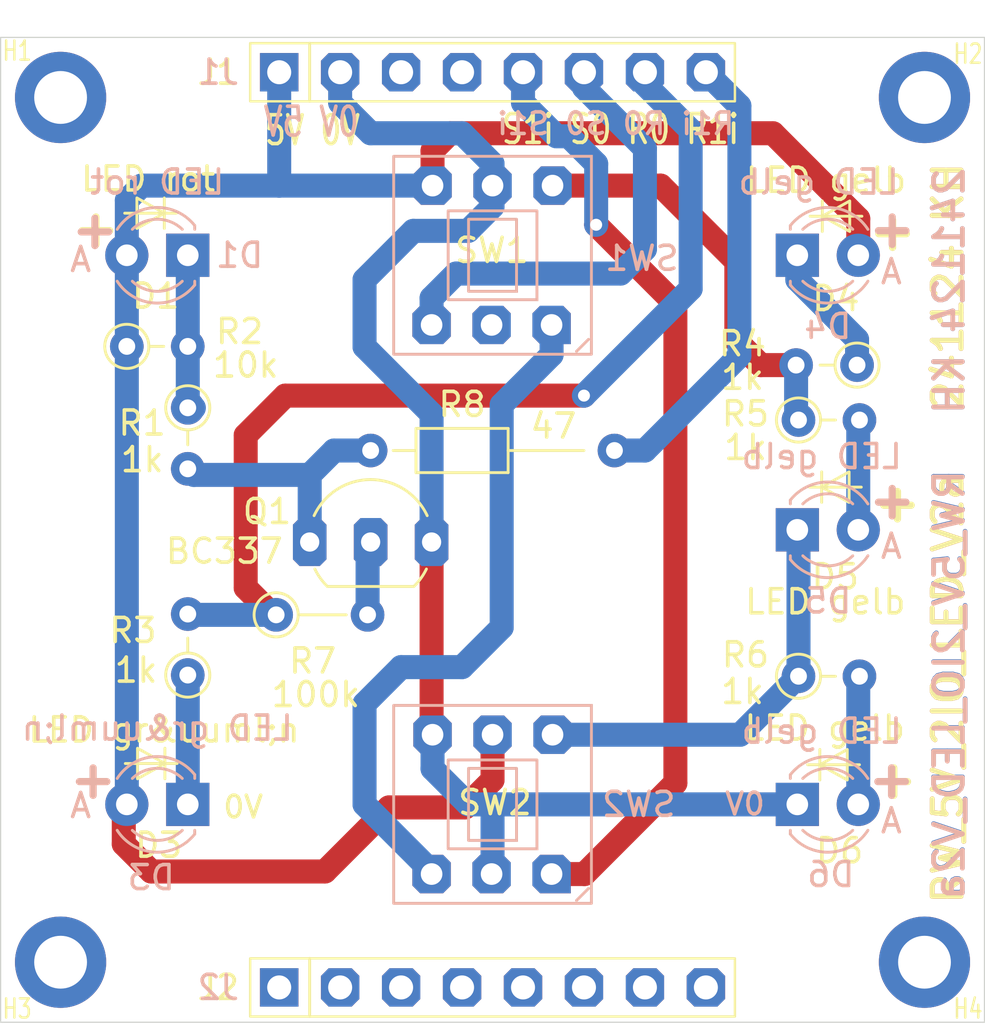
<source format=kicad_pcb>
(kicad_pcb (version 20240108) (generator "pcbnew") (generator_version "8.0")
  (layers (0 "F.Cu" signal) (31 "B.Cu" signal) (34 "B.Paste" user) (35 "F.Paste" user) (36 "B.SilkS" user "B.Silkscreen") (37 "F.SilkS" user "F.Silkscreen") (38 "B.Mask" user) (39 "F.Mask" user) (44 "Edge.Cuts" user))
  (net 0 "")
  (net 1 "Net-(D1-K)")
  (net 2 "/V_I2C")
  (net 3 "/LED_on")
  (net 4 "Net-(D3-K)")
  (net 5 "Net-(D4-K)")
  (net 6 "Net-(D5-A)")
  (net 7 "/S1i")
  (net 8 "/0V")
  (net 9 "/R1i")
  (net 13 "/S0")
  (net 16 "/R0")
  (net 22 "/LED_off")
  (net 24 "/S1ii")
  (net 25 "Net-(Q1-B)")
  (net 26 "Net-(Q1-C)")
  (net 27 "Net-(D6-A)")
  (footprint "Resistor_THT:R_Axial_DIN0204_L3.6mm_D1.6mm_P2.54mm_Vertical" (layer "F.Cu") (at 39.37 50.496 90)
    (property "Reference" "R3" (at 1.855 -2.286 0) (layer "F.SilkS"))
    (property "Value" "1k")
    (fp_line (start 0.92 0) (end 1.54 0) (stroke (width 0.12)) (layer "F.SilkS"))
    (fp_circle (center 0 0) (end 0.92 0) (stroke (width 0.12)) (fill none) (layer "F.SilkS"))
    (pad "1" thru_hole circle (at 0 0 90) (size 1.4 1.4) (drill 0.7) (layers "*.Cu" "*.Mask") (net 4 "Net-(D3-K)"))
    (pad "2" thru_hole oval (at 2.54 0 90) (size 1.4 1.4) (drill 0.7) (layers "*.Cu" "*.Mask") (net 16 "/R0"))
  )
  (footprint "Resistor_THT:R_Axial_DIN0204_L3.6mm_D1.6mm_P2.54mm_Vertical" (layer "F.Cu") (at 67.26 37.592 180)
    (property "Reference" "R4" (at 4.776 0.889 0) (layer "F.SilkS"))
    (property "Value" "1k")
    (fp_line (start 0.92 0) (end 1.54 0) (stroke (width 0.12)) (layer "F.SilkS"))
    (fp_circle (center 0 0) (end 0.92 0) (stroke (width 0.12)) (fill none) (layer "F.SilkS"))
    (pad "1" thru_hole circle (at 0 0 180) (size 1.4 1.4) (drill 0.7) (layers "*.Cu" "*.Mask") (net 5 "Net-(D4-K)"))
    (pad "2" thru_hole oval (at 2.54 0 180) (size 1.4 1.4) (drill 0.7) (layers "*.Cu" "*.Mask") (net 22 "/LED_off"))
  )
  (footprint "_kh_library:R_Axial_DIN0204_L3.6mm_D1.6mm_P2.54mm_Vertical_kh" (layer "F.Cu") (at 36.83 36.813)
    (property "Reference" "R2" (at 4.699 -0.618 0) (layer "F.SilkS"))
    (property "Value" "10k")
    (fp_line (start 0.92 0) (end 1.54 0) (stroke (width 0.12)) (layer "F.SilkS"))
    (fp_circle (center 0 0) (end 0.92 0) (stroke (width 0.12)) (fill none) (layer "F.SilkS"))
    (pad "1" thru_hole circle (at 0 0) (size 1.4 1.4) (drill 0.7) (layers "*.Cu" "*.Mask") (net 2 "/V_I2C"))
    (pad "2" thru_hole oval (at 2.54 0) (size 1.4 1.4) (drill 0.7) (layers "*.Cu" "*.Mask") (net 1 "Net-(D1-K)"))
  )
  (footprint "_kh_library:MountingHole_2.2mm_M2_Pad_TopBottom_kh" (layer "F.Cu") (at 70.07 26.45)
    (property "Reference" "H2" (at 1.812 -1.812 0) (layer "F.SilkS") (effects (font (size 0.8 0.6) (thickness 0.1) (bold yes))))
    (property "Value" "MountingHole" (hide yes))
    (pad "1" thru_hole circle (at 0 0) (size 2.6 2.6) (drill 2.2) (layers "*.Cu" "*.Mask"))
    (pad "1" connect circle (at 0 0) (size 3.8 3.8) (layers "F.Cu" "F.Mask"))
    (pad "1" connect circle (at 0 0) (size 3.8 3.8) (layers "B.Cu" "B.Mask"))
  )
  (footprint "_kh_library:MountingHole_2.2mm_M2_Pad_TopBottom_kh" (layer "F.Cu") (at 34.07 26.45)
    (property "Reference" "H1" (at -1.812 -1.939 0) (layer "F.SilkS") (effects (font (size 0.8 0.6) (thickness 0.1) (bold yes))))
    (property "Value" "MountingHole" (hide yes))
    (pad "1" thru_hole circle (at 0 0) (size 2.6 2.6) (drill 2.2) (layers "*.Cu" "*.Mask"))
    (pad "1" connect circle (at 0 0) (size 3.8 3.8) (layers "F.Cu" "F.Mask"))
    (pad "1" connect circle (at 0 0) (size 3.8 3.8) (layers "B.Cu" "B.Mask"))
  )
  (footprint "Resistor_THT:R_Axial_DIN0204_L3.6mm_D1.6mm_P2.54mm_Vertical" (layer "F.Cu") (at 39.37 39.37 -90)
    (property "Reference" "R1" (at 0.635 1.905 180) (layer "F.SilkS"))
    (property "Value" "1k")
    (fp_line (start 0.92 0) (end 1.54 0) (stroke (width 0.12)) (layer "F.SilkS"))
    (fp_circle (center 0 0) (end 0.92 0) (stroke (width 0.12)) (fill none) (layer "F.SilkS"))
    (pad "1" thru_hole circle (at 0 0 270) (size 1.4 1.4) (drill 0.7) (layers "*.Cu" "*.Mask") (net 1 "Net-(D1-K)"))
    (pad "2" thru_hole oval (at 2.54 0 270) (size 1.4 1.4) (drill 0.7) (layers "*.Cu" "*.Mask") (net 26 "Net-(Q1-C)"))
  )
  (footprint "_kh_library:R_Axial_DIN0204_L3.6mm_D1.6mm_P10,16mm_Horizontal" (layer "F.Cu") (at 46.99 41.148)
    (property "Reference" "R8" (at 3.81 -1.92 0) (layer "F.SilkS"))
    (property "Value" "47")
    (fp_line (start 0.94 0) (end 1.89 0) (stroke (width 0.12)) (layer "F.SilkS"))
    (fp_line (start 1.89 -0.92) (end 1.89 0.92) (stroke (width 0.12)) (layer "F.SilkS"))
    (fp_line (start 1.89 0.92) (end 5.73 0.92) (stroke (width 0.12)) (layer "F.SilkS"))
    (fp_line (start 5.73 -0.92) (end 1.89 -0.92) (stroke (width 0.12)) (layer "F.SilkS"))
    (fp_line (start 5.73 0.92) (end 5.73 -0.92) (stroke (width 0.12)) (layer "F.SilkS"))
    (fp_line (start 8.89 0) (end 5.73 0) (stroke (width 0.12)) (layer "F.SilkS"))
    (pad "1" thru_hole circle (at 0 0) (size 1.4 1.4) (drill 0.7) (layers "*.Cu" "*.Mask") (net 26 "Net-(Q1-C)"))
    (pad "2" thru_hole oval (at 10.16 0) (size 1.4 1.4) (drill 0.7) (layers "*.Cu" "*.Mask") (net 9 "/R1i"))
  )
  (footprint "Resistor_THT:R_Axial_DIN0204_L3.6mm_D1.6mm_P2.54mm_Vertical" (layer "F.Cu") (at 64.82 50.546)
    (property "Reference" "R6" (at -2.209 -0.889 180) (layer "F.SilkS"))
    (property "Value" "1k")
    (fp_line (start 0.92 0) (end 1.54 0) (stroke (width 0.12)) (layer "F.SilkS"))
    (fp_circle (center 0 0) (end 0.92 0) (stroke (width 0.12)) (fill none) (layer "F.SilkS"))
    (pad "1" thru_hole circle (at 0 0) (size 1.4 1.4) (drill 0.7) (layers "*.Cu" "*.Mask") (net 3 "/LED_on"))
    (pad "2" thru_hole oval (at 2.54 0) (size 1.4 1.4) (drill 0.7) (layers "*.Cu" "*.Mask") (net 27 "Net-(D6-A)"))
  )
  (footprint "_kh_library:PinSocket_1x08_P2.54mm_Vertical_11mm_kh" (layer "F.Cu") (at 43.18 25.4 90)
    (property "Reference" "J1" (at 0 -2.54 180) (layer "F.SilkS"))
    (property "Value" "Conn_01x08_Pin")
    (fp_line (start -1.21 1.27) (end 1.21 1.27) (stroke (width 0.12)) (layer "F.SilkS"))
    (fp_rect (start -1.21 -1.21) (end 1.21 18.99) (stroke (width 0.1)) (fill none) (layer "F.SilkS"))
    (pad "1" thru_hole rect (at 0 0 90) (size 1.6 1.6) (drill 1) (layers "*.Cu" "*.Mask") (net 2 "/V_I2C"))
    (pad "2" thru_hole roundrect (at 0 2.54 90) (size 1.6 1.6) (drill 1) (layers "*.Cu" "*.Mask") (roundrect_rratio 0) (chamfer_ratio 0.2) (chamfer top_left top_right bottom_left bottom_right) (net 8 "/0V"))
    (pad "3" thru_hole roundrect (at 0 5.08 90) (size 1.6 1.6) (drill 1) (layers "*.Cu" "*.Mask") (roundrect_rratio 0) (chamfer_ratio 0.2) (chamfer top_left top_right bottom_left bottom_right))
    (pad "4" thru_hole roundrect (at 0 7.62 90) (size 1.6 1.6) (drill 1) (layers "*.Cu" "*.Mask") (roundrect_rratio 0) (chamfer_ratio 0.2) (chamfer top_left top_right bottom_left bottom_right))
    (pad "5" thru_hole roundrect (at 0 10.16 90) (size 1.6 1.6) (drill 1) (layers "*.Cu" "*.Mask") (roundrect_rratio 0) (chamfer_ratio 0.2) (chamfer top_left top_right bottom_left bottom_right) (net 7 "/S1i"))
    (pad "6" thru_hole roundrect (at 0 12.7 90) (size 1.6 1.6) (drill 1) (layers "*.Cu" "*.Mask") (roundrect_rratio 0) (chamfer_ratio 0.2) (chamfer top_left top_right bottom_left bottom_right) (net 13 "/S0"))
    (pad "7" thru_hole roundrect (at 0 15.24 90) (size 1.6 1.6) (drill 1) (layers "*.Cu" "*.Mask") (roundrect_rratio 0) (chamfer_ratio 0.2) (chamfer top_left top_right bottom_left bottom_right) (net 16 "/R0"))
    (pad "8" thru_hole roundrect (at 0 17.78 90) (size 1.6 1.6) (drill 1) (layers "*.Cu" "*.Mask") (roundrect_rratio 0) (chamfer_ratio 0.2) (chamfer top_left top_right bottom_left bottom_right) (net 9 "/R1i"))
  )
  (footprint "Resistor_THT:R_Axial_DIN0204_L3.6mm_D1.6mm_P2.54mm_Vertical" (layer "F.Cu") (at 64.82 39.878)
    (property "Reference" "R5" (at -2.209 -0.254 0) (layer "F.SilkS"))
    (property "Value" "1k")
    (fp_line (start 0.92 0) (end 1.54 0) (stroke (width 0.12)) (layer "F.SilkS"))
    (fp_circle (center 0 0) (end 0.92 0) (stroke (width 0.12)) (fill none) (layer "F.SilkS"))
    (pad "1" thru_hole circle (at 0 0) (size 1.4 1.4) (drill 0.7) (layers "*.Cu" "*.Mask") (net 22 "/LED_off"))
    (pad "2" thru_hole oval (at 2.54 0) (size 1.4 1.4) (drill 0.7) (layers "*.Cu" "*.Mask") (net 6 "Net-(D5-A)"))
  )
  (footprint "_kh_library:TO-92_Inline_Wide_custom" (layer "F.Cu") (at 44.45 44.958)
    (property "Reference" "Q1" (at -1.778 -1.27 0) (layer "F.SilkS"))
    (property "Value" "BC337")
    (fp_line (start 0.74 1.85) (end 4.34 1.85) (stroke (width 0.12)) (layer "F.SilkS"))
    (fp_arc (start 0.1836 -1.098807) (mid 1.143021 -2.192817) (end 2.54 -2.6) (stroke (width 0.12)) (layer "F.SilkS"))
    (fp_arc (start 0.74 1.85) (mid 0.446097 1.509328) (end 0.215816 1.122795) (stroke (width 0.12)) (layer "F.SilkS"))
    (fp_arc (start 2.54 -2.6) (mid 3.936979 -2.192818) (end 4.8964 -1.098807) (stroke (width 0.12)) (layer "F.SilkS"))
    (fp_arc (start 4.864184 1.122795) (mid 4.633903 1.509328) (end 4.34 1.85) (stroke (width 0.12)) (layer "F.SilkS"))
    (pad "1" thru_hole roundrect (at 0 0) (size 1.4 2) (drill 0.8) (layers "*.Cu" "*.Mask") (roundrect_rratio 0) (chamfer_ratio 0.2) (chamfer top_left top_right bottom_left bottom_right) (net 26 "Net-(Q1-C)"))
    (pad "2" thru_hole roundrect (at 2.54 0) (size 1.4 2) (drill 0.8) (layers "*.Cu" "*.Mask") (roundrect_rratio 0) (chamfer_ratio 0.2) (chamfer top_left top_right bottom_left bottom_right) (net 25 "Net-(Q1-B)"))
    (pad "3" thru_hole roundrect (at 5.08 0) (size 1.4 2) (drill 0.8) (layers "*.Cu" "*.Mask") (roundrect_rratio 0) (chamfer_ratio 0.2) (chamfer top_left top_right bottom_left bottom_right) (net 8 "/0V"))
  )
  (footprint "_kh_library:R_Axial_DIN0204_L3.6mm_D1.6mm_P3.81mm_Vertical_kh" (layer "F.Cu") (at 43.053 47.989)
    (property "Reference" "R7" (at 1.524 1.922 0) (layer "F.SilkS"))
    (property "Value" "100k")
    (fp_line (start 1.016 0) (end 2.921 0) (stroke (width 0.12)) (layer "F.SilkS"))
    (fp_circle (center 0 0) (end 0.92 0) (stroke (width 0.12)) (fill none) (layer "F.SilkS"))
    (pad "1" thru_hole circle (at 0 0) (size 1.4 1.4) (drill 0.7) (layers "*.Cu" "*.Mask") (net 16 "/R0"))
    (pad "2" thru_hole oval (at 3.81 0) (size 1.4 1.4) (drill 0.7) (layers "*.Cu" "*.Mask") (net 25 "Net-(Q1-B)"))
  )
  (footprint "_kh_library:MountingHole_2.2mm_M2_Pad_TopBottom_kh" (layer "F.Cu") (at 34.07 62.45)
    (property "Reference" "H3" (at -1.812 1.939 0) (layer "F.SilkS") (effects (font (size 0.8 0.6) (thickness 0.1) (bold yes))))
    (property "Value" "MountingHole" (hide yes))
    (pad "1" thru_hole circle (at 0 0) (size 2.6 2.6) (drill 2.2) (layers "*.Cu" "*.Mask"))
    (pad "1" connect circle (at 0 0) (size 3.8 3.8) (layers "F.Cu" "F.Mask"))
    (pad "1" connect circle (at 0 0) (size 3.8 3.8) (layers "B.Cu" "B.Mask"))
  )
  (footprint "_kh_library:PinSocket_1x08_P2.54mm_Vertical_11mm_kh" (layer "F.Cu") (at 43.18 63.5 90)
    (property "Reference" "J2" (at 0 -2.54 180) (layer "F.SilkS"))
    (property "Value" "Conn_01x08_Pin")
    (fp_line (start -1.21 1.27) (end 1.21 1.27) (stroke (width 0.12)) (layer "F.SilkS"))
    (fp_rect (start -1.21 -1.21) (end 1.21 18.99) (stroke (width 0.1)) (fill none) (layer "F.SilkS"))
    (pad "1" thru_hole rect (at 0 0 90) (size 1.6 1.6) (drill 1) (layers "*.Cu" "*.Mask"))
    (pad "2" thru_hole roundrect (at 0 2.54 90) (size 1.6 1.6) (drill 1) (layers "*.Cu" "*.Mask") (roundrect_rratio 0) (chamfer_ratio 0.2) (chamfer top_left top_right bottom_left bottom_right))
    (pad "3" thru_hole roundrect (at 0 5.08 90) (size 1.6 1.6) (drill 1) (layers "*.Cu" "*.Mask") (roundrect_rratio 0) (chamfer_ratio 0.2) (chamfer top_left top_right bottom_left bottom_right))
    (pad "4" thru_hole roundrect (at 0 7.62 90) (size 1.6 1.6) (drill 1) (layers "*.Cu" "*.Mask") (roundrect_rratio 0) (chamfer_ratio 0.2) (chamfer top_left top_right bottom_left bottom_right))
    (pad "5" thru_hole roundrect (at 0 10.16 90) (size 1.6 1.6) (drill 1) (layers "*.Cu" "*.Mask") (roundrect_rratio 0) (chamfer_ratio 0.2) (chamfer top_left top_right bottom_left bottom_right))
    (pad "6" thru_hole roundrect (at 0 12.7 90) (size 1.6 1.6) (drill 1) (layers "*.Cu" "*.Mask") (roundrect_rratio 0) (chamfer_ratio 0.2) (chamfer top_left top_right bottom_left bottom_right))
    (pad "7" thru_hole roundrect (at 0 15.24 90) (size 1.6 1.6) (drill 1) (layers "*.Cu" "*.Mask") (roundrect_rratio 0) (chamfer_ratio 0.2) (chamfer top_left top_right bottom_left bottom_right))
    (pad "8" thru_hole roundrect (at 0 17.78 90) (size 1.6 1.6) (drill 1) (layers "*.Cu" "*.Mask") (roundrect_rratio 0) (chamfer_ratio 0.2) (chamfer top_left top_right bottom_left bottom_right))
  )
  (footprint "_kh_library:MountingHole_2.2mm_M2_Pad_TopBottom_kh" (layer "F.Cu") (at 70.07 62.45)
    (property "Reference" "H4" (at 1.812 1.939 0) (layer "F.SilkS") (effects (font (size 0.8 0.6) (thickness 0.1) (bold yes))))
    (property "Value" "MountingHole" (hide yes))
    (pad "1" thru_hole circle (at 0 0) (size 2.6 2.6) (drill 2.2) (layers "*.Cu" "*.Mask"))
    (pad "1" connect circle (at 0 0) (size 3.8 3.8) (layers "F.Cu" "F.Mask"))
    (pad "1" connect circle (at 0 0) (size 3.8 3.8) (layers "B.Cu" "B.Mask"))
  )
  (footprint "LED_THT:LED_D3.0mm" (layer "B.Cu") (at 64.77 33.02)
    (property "Reference" "D4" (at 1.27 2.96 180) (layer "B.SilkS") (effects (justify mirror)))
    (property "Value" "LED gelb")
    (fp_line (start -0.29 -1.236) (end -0.29 -1.08) (stroke (width 0.12)) (layer "B.SilkS"))
    (fp_line (start -0.29 1.08) (end -0.29 1.236) (stroke (width 0.12)) (layer "B.SilkS"))
    (fp_arc (start -0.29 -1.235516) (mid 1.366487 -1.987659) (end 2.942335 -1.078608) (stroke (width 0.12)) (layer "B.SilkS"))
    (fp_arc (start 0.229039 -1.08) (mid 1.270117 -1.5) (end 2.31113 -1.079837) (stroke (width 0.12)) (layer "B.SilkS"))
    (fp_arc (start 2.31113 1.079837) (mid 1.270117 1.5) (end 0.229039 1.08) (stroke (width 0.12)) (layer "B.SilkS"))
    (fp_arc (start 2.942335 1.078608) (mid 1.366487 1.987659) (end -0.29 1.235516) (stroke (width 0.12)) (layer "B.SilkS"))
    (pad "1" thru_hole rect (at 0 0) (size 1.8 1.8) (drill 0.9) (layers "*.Cu" "*.Mask") (net 5 "Net-(D4-K)"))
    (pad "2" thru_hole circle (at 2.54 0) (size 1.8 1.8) (drill 0.9) (layers "*.Cu" "*.Mask") (net 2 "/V_I2C"))
  )
  (footprint "LED_THT:LED_D3.0mm" (layer "B.Cu") (at 64.77 44.45)
    (property "Reference" "D5" (at 1.27 2.96 180) (layer "B.SilkS") (effects (justify mirror)))
    (property "Value" "LED gelb")
    (fp_line (start -0.29 -1.236) (end -0.29 -1.08) (stroke (width 0.12)) (layer "B.SilkS"))
    (fp_line (start -0.29 1.08) (end -0.29 1.236) (stroke (width 0.12)) (layer "B.SilkS"))
    (fp_arc (start -0.29 -1.235516) (mid 1.366487 -1.987659) (end 2.942335 -1.078608) (stroke (width 0.12)) (layer "B.SilkS"))
    (fp_arc (start 0.229039 -1.08) (mid 1.270117 -1.5) (end 2.31113 -1.079837) (stroke (width 0.12)) (layer "B.SilkS"))
    (fp_arc (start 2.31113 1.079837) (mid 1.270117 1.5) (end 0.229039 1.08) (stroke (width 0.12)) (layer "B.SilkS"))
    (fp_arc (start 2.942335 1.078608) (mid 1.366487 1.987659) (end -0.29 1.235516) (stroke (width 0.12)) (layer "B.SilkS"))
    (pad "1" thru_hole rect (at 0 0) (size 1.8 1.8) (drill 0.9) (layers "*.Cu" "*.Mask") (net 3 "/LED_on"))
    (pad "2" thru_hole circle (at 2.54 0) (size 1.8 1.8) (drill 0.9) (layers "*.Cu" "*.Mask") (net 6 "Net-(D5-A)"))
  )
  (footprint "_kh_library:SW_Push_DPDT_8x8" (layer "B.Cu") (at 54.57 35.92 180)
    (property "Reference" "SW1" (at -3.723 2.773 0) (layer "B.SilkS") (effects (justify mirror)))
    (property "Value" "SW_Push_DPDT_8x8" (hide yes))
    (fp_line (start -1 -1.1) (end -1.5 -0.6) (stroke (width 0.12)) (layer "B.SilkS"))
    (fp_rect (start 1.5 1.4) (end 3.5 4.4) (stroke (width 0.12)) (fill none) (layer "B.SilkS"))
    (fp_rect (start 0.65 1.05) (end 4.35 4.75) (stroke (width 0.12)) (fill none) (layer "B.SilkS"))
    (fp_rect (start -1.62 7.02) (end 6.62 -1.22) (stroke (width 0.12)) (fill none) (layer "B.SilkS"))
    (pad "1" thru_hole roundrect (at 0.04 0 180) (size 1.6 1.6) (drill 0.9) (layers "*.Cu" "*.Mask") (roundrect_rratio 0) (chamfer_ratio 0.2) (chamfer top_right bottom_left bottom_right) (net 24 "/S1ii"))
    (pad "2" thru_hole roundrect (at 2.54 0 180) (size 1.6 1.6) (drill 0.9) (layers "*.Cu" "*.Mask") (roundrect_rratio 0) (chamfer_ratio 0.2) (chamfer top_left top_right bottom_left bottom_right))
    (pad "3" thru_hole roundrect (at 5.04 0 180) (size 1.6 1.6) (drill 0.9) (layers "*.Cu" "*.Mask") (roundrect_rratio 0) (chamfer_ratio 0.2) (chamfer top_left top_right bottom_left bottom_right) (net 13 "/S0"))
    (pad "4" thru_hole roundrect (at 5 5.8 180) (size 1.6 1.6) (drill 0.9) (layers "*.Cu" "*.Mask") (roundrect_rratio 0) (chamfer_ratio 0.2) (chamfer top_left top_right bottom_left bottom_right) (net 2 "/V_I2C"))
    (pad "5" thru_hole roundrect (at 2.5 5.8 180) (size 1.6 1.6) (drill 0.9) (layers "*.Cu" "*.Mask") (roundrect_rratio 0) (chamfer_ratio 0.2) (chamfer top_left top_right bottom_left bottom_right) (net 8 "/0V"))
    (pad "6" thru_hole roundrect (at 0 5.8 180) (size 1.6 1.6) (drill 0.9) (layers "*.Cu" "*.Mask") (roundrect_rratio 0) (chamfer_ratio 0.2) (chamfer top_left top_right bottom_left bottom_right) (net 22 "/LED_off"))
  )
  (footprint "LED_THT:LED_D3.0mm" (layer "B.Cu") (at 39.37 33.02 180)
    (property "Reference" "D1" (at -2.159 0 0) (layer "B.SilkS") (effects (justify mirror)))
    (property "Value" "LED rot")
    (fp_line (start -0.29 1.08) (end -0.29 1.236) (stroke (width 0.12)) (layer "B.SilkS"))
    (fp_line (start -0.29 -1.236) (end -0.29 -1.08) (stroke (width 0.12)) (layer "B.SilkS"))
    (fp_arc (start 2.942335 1.078608) (mid 1.366487 1.987659) (end -0.29 1.235516) (stroke (width 0.12)) (layer "B.SilkS"))
    (fp_arc (start 2.31113 1.079837) (mid 1.270117 1.5) (end 0.229039 1.08) (stroke (width 0.12)) (layer "B.SilkS"))
    (fp_arc (start 0.229039 -1.08) (mid 1.270117 -1.5) (end 2.31113 -1.079837) (stroke (width 0.12)) (layer "B.SilkS"))
    (fp_arc (start -0.29 -1.235516) (mid 1.366487 -1.987659) (end 2.942335 -1.078608) (stroke (width 0.12)) (layer "B.SilkS"))
    (pad "1" thru_hole rect (at 0 0 180) (size 1.8 1.8) (drill 0.9) (layers "*.Cu" "*.Mask") (net 1 "Net-(D1-K)"))
    (pad "2" thru_hole circle (at 2.54 0 180) (size 1.8 1.8) (drill 0.9) (layers "*.Cu" "*.Mask") (net 2 "/V_I2C"))
  )
  (footprint "_kh_library:SW_Push_DPDT_8x8" (layer "B.Cu") (at 54.57 58.78 180)
    (property "Reference" "SW2" (at -3.596 2.9 0) (layer "B.SilkS") (effects (justify mirror)))
    (property "Value" "SW_Push_DPDT_8x8")
    (fp_line (start -1 -1.1) (end -1.5 -0.6) (stroke (width 0.12)) (layer "B.SilkS"))
    (fp_rect (start 1.5 1.4) (end 3.5 4.4) (stroke (width 0.12)) (fill none) (layer "B.SilkS"))
    (fp_rect (start 0.65 1.05) (end 4.35 4.75) (stroke (width 0.12)) (fill none) (layer "B.SilkS"))
    (fp_rect (start -1.62 7.02) (end 6.62 -1.22) (stroke (width 0.12)) (fill none) (layer "B.SilkS"))
    (pad "1" thru_hole roundrect (at 0.04 0 180) (size 1.6 1.6) (drill 0.9) (layers "*.Cu" "*.Mask") (roundrect_rratio 0) (chamfer_ratio 0.2) (chamfer top_right bottom_left bottom_right) (net 7 "/S1i"))
    (pad "2" thru_hole roundrect (at 2.54 0 180) (size 1.6 1.6) (drill 0.9) (layers "*.Cu" "*.Mask") (roundrect_rratio 0) (chamfer_ratio 0.2) (chamfer top_left top_right bottom_left bottom_right) (net 8 "/0V"))
    (pad "3" thru_hole roundrect (at 5.04 0 180) (size 1.6 1.6) (drill 0.9) (layers "*.Cu" "*.Mask") (roundrect_rratio 0) (chamfer_ratio 0.2) (chamfer top_left top_right bottom_left bottom_right) (net 24 "/S1ii"))
    (pad "4" thru_hole roundrect (at 5 5.8 180) (size 1.6 1.6) (drill 0.9) (layers "*.Cu" "*.Mask") (roundrect_rratio 0) (chamfer_ratio 0.2) (chamfer top_left top_right bottom_left bottom_right) (net 8 "/0V"))
    (pad "5" thru_hole roundrect (at 2.5 5.8 180) (size 1.6 1.6) (drill 0.9) (layers "*.Cu" "*.Mask") (roundrect_rratio 0) (chamfer_ratio 0.2) (chamfer top_left top_right bottom_left bottom_right) (net 2 "/V_I2C"))
    (pad "6" thru_hole roundrect (at 0 5.8 180) (size 1.6 1.6) (drill 0.9) (layers "*.Cu" "*.Mask") (roundrect_rratio 0) (chamfer_ratio 0.2) (chamfer top_left top_right bottom_left bottom_right) (net 3 "/LED_on"))
  )
  (footprint "LED_THT:LED_D3.0mm" (layer "B.Cu") (at 39.37 55.88 180)
    (property "Reference" "D3" (at 1.524 -3.048 0) (layer "B.SilkS") (effects (justify mirror)))
    (property "Value" "LED gr&uuml;n")
    (fp_line (start -0.29 1.08) (end -0.29 1.236) (stroke (width 0.12)) (layer "B.SilkS"))
    (fp_line (start -0.29 -1.236) (end -0.29 -1.08) (stroke (width 0.12)) (layer "B.SilkS"))
    (fp_arc (start 2.942335 1.078608) (mid 1.366487 1.987659) (end -0.29 1.235516) (stroke (width 0.12)) (layer "B.SilkS"))
    (fp_arc (start 2.31113 1.079837) (mid 1.270117 1.5) (end 0.229039 1.08) (stroke (width 0.12)) (layer "B.SilkS"))
    (fp_arc (start 0.229039 -1.08) (mid 1.270117 -1.5) (end 2.31113 -1.079837) (stroke (width 0.12)) (layer "B.SilkS"))
    (fp_arc (start -0.29 -1.235516) (mid 1.366487 -1.987659) (end 2.942335 -1.078608) (stroke (width 0.12)) (layer "B.SilkS"))
    (pad "1" thru_hole rect (at 0 0 180) (size 1.8 1.8) (drill 0.9) (layers "*.Cu" "*.Mask") (net 4 "Net-(D3-K)"))
    (pad "2" thru_hole circle (at 2.54 0 180) (size 1.8 1.8) (drill 0.9) (layers "*.Cu" "*.Mask") (net 2 "/V_I2C"))
  )
  (footprint "LED_THT:LED_D3.0mm" (layer "B.Cu") (at 64.77 55.88)
    (property "Reference" "D6" (at 1.397 2.921 180) (layer "B.SilkS") (effects (justify mirror)))
    (property "Value" "LED gelb")
    (fp_line (start -0.29 -1.236) (end -0.29 -1.08) (stroke (width 0.12)) (layer "B.SilkS"))
    (fp_line (start -0.29 1.08) (end -0.29 1.236) (stroke (width 0.12)) (layer "B.SilkS"))
    (fp_arc (start -0.29 -1.235516) (mid 1.366487 -1.987659) (end 2.942335 -1.078608) (stroke (width 0.12)) (layer "B.SilkS"))
    (fp_arc (start 0.229039 -1.08) (mid 1.270117 -1.5) (end 2.31113 -1.079837) (stroke (width 0.12)) (layer "B.SilkS"))
    (fp_arc (start 2.31113 1.079837) (mid 1.270117 1.5) (end 0.229039 1.08) (stroke (width 0.12)) (layer "B.SilkS"))
    (fp_arc (start 2.942335 1.078608) (mid 1.366487 1.987659) (end -0.29 1.235516) (stroke (width 0.12)) (layer "B.SilkS"))
    (pad "1" thru_hole rect (at 0 0) (size 1.8 1.8) (drill 0.9) (layers "*.Cu" "*.Mask") (net 8 "/0V"))
    (pad "2" thru_hole circle (at 2.54 0) (size 1.8 1.8) (drill 0.9) (layers "*.Cu" "*.Mask") (net 27 "Net-(D6-A)"))
  )
  (gr_poly (pts (xy 65.7098 54.229) (xy 66.8528 54.864) (xy 66.8528 53.594)) (stroke (width 0.12)) (fill none) (layer "F.SilkS"))
  (gr_line (start 65.8114 32.0294) (end 65.8114 30.7594) (stroke (width 0.12)) (layer "F.SilkS"))
  (gr_line (start 36.7665 54.1782) (end 38.9255 54.1782) (stroke (width 0.12)) (layer "F.SilkS"))
  (gr_line (start 67.437 42.672) (end 65.278 42.672) (stroke (width 0.12)) (layer "F.SilkS"))
  (gr_line (start 67.3608 54.229) (end 65.2018 54.229) (stroke (width 0.12)) (layer "F.SilkS"))
  (gr_poly (pts (xy 38.4175 54.1782) (xy 37.2745 53.5432) (xy 37.2745 54.8132)) (stroke (width 0.12)) (fill none) (layer "F.SilkS"))
  (gr_line (start 38.4175 53.5432) (end 38.4175 54.8132) (stroke (width 0.12)) (layer "F.SilkS"))
  (gr_line (start 65.7098 54.864) (end 65.7098 53.594) (stroke (width 0.12)) (layer "F.SilkS"))
  (gr_line (start 65.786 43.307) (end 65.786 42.037) (stroke (width 0.12)) (layer "F.SilkS"))
  (gr_poly (pts (xy 65.8114 31.3944) (xy 66.9544 32.0294) (xy 66.9544 30.7594)) (stroke (width 0.12)) (fill none) (layer "F.SilkS"))
  (gr_poly (pts (xy 65.786 42.672) (xy 66.929 43.307) (xy 66.929 42.037)) (stroke (width 0.12)) (fill none) (layer "F.SilkS"))
  (gr_line (start 36.7411 31.2674) (end 38.9001 31.2674) (stroke (width 0.12)) (layer "F.SilkS"))
  (gr_line (start 38.3921 30.6324) (end 38.3921 31.9024) (stroke (width 0.12)) (layer "F.SilkS"))
  (gr_line (start 67.4624 31.3944) (end 65.3034 31.3944) (stroke (width 0.12)) (layer "F.SilkS"))
  (gr_poly (pts (xy 38.3921 31.2674) (xy 37.2491 30.6324) (xy 37.2491 31.9024)) (stroke (width 0.12)) (fill none) (layer "F.SilkS"))
  (gr_rect (start 31.57 23.95) (end 72.57 64.95) (stroke (width 0.05)) (fill none) (layer "Edge.Cuts"))
  (gr_text "RW_5V_2IO_LED_V2a" (at 71.75 60.1218 90) (layer "F.Cu") (effects (font (size 1.2 1.2) (thickness 0.2) (bold yes)) (justify left bottom)))
  (gr_text "241124 KH" (at 71.75 39.5478 90) (layer "F.Cu") (effects (font (size 1.2 1.2) (thickness 0.2) (bold yes)) (justify left bottom)))
  (gr_text "RW_5V_2IO_LED_V2a" (at 71.8058 41.8084 90) (layer "B.Cu") (effects (font (size 1.2 1.2) (thickness 0.2) (bold yes)) (justify left bottom mirror)))
  (gr_text "241124 KH" (at 71.8058 29.2608 90) (layer "B.Cu") (effects (font (size 1.2 1.2) (thickness 0.2) (bold yes)) (justify left bottom mirror)))
  (gr_text "+" (at 69.85 32.766 0) (layer "B.SilkS") (effects (font (size 1.5 1.5) (thickness 0.3) (bold yes)) (justify left bottom mirror)))
  (gr_text "A" (at 69.215 45.72 0) (layer "B.SilkS") (effects (font (size 1 1) (thickness 0.15) (bold yes)) (justify left bottom mirror)))
  (gr_text "J2" (at 40.64 63.5 0) (layer "B.SilkS") (effects (font (size 1 1)) (justify mirror)))
  (gr_text "A" (at 69.215 34.29 0) (layer "B.SilkS") (effects (font (size 1 1) (thickness 0.15) (bold yes)) (justify left bottom mirror)))
  (gr_text "A" (at 69.215 57.15 0) (layer "B.SilkS") (effects (font (size 1 1) (thickness 0.15) (bold yes)) (justify left bottom mirror)))
  (gr_text "+" (at 69.85 44.069 0) (layer "B.SilkS") (effects (font (size 1.5 1.5) (thickness 0.3) (bold yes)) (justify left bottom mirror)))
  (gr_text "+" (at 36.6268 32.8168 0) (layer "B.SilkS") (effects (font (size 1.5 1.5) (thickness 0.3) (bold yes)) (justify left bottom mirror)))
  (gr_text "LED rot" (at 38.1 29.972 0) (layer "B.SilkS") (effects (font (size 1 1)) (justify mirror)))
  (gr_text "LED gelb" (at 65.786 41.402 0) (layer "B.SilkS") (effects (font (size 1 1)) (justify mirror)))
  (gr_text "+" (at 36.5506 55.7022 0) (layer "B.SilkS") (effects (font (size 1.5 1.5) (thickness 0.3) (bold yes)) (justify left bottom mirror)))
  (gr_text "LED gelb" (at 65.786 52.832 0) (layer "B.SilkS") (effects (font (size 1 1)) (justify mirror)))
  (gr_text "R1i R0 S0 S1i" (at 62.23 28.067 0) (layer "B.SilkS") (effects (font (size 0.9 0.9) (thickness 0.15) (bold yes)) (justify left bottom mirror)))
  (gr_text "241124 KH" (at 71.8058 29.2608 90) (layer "B.SilkS") (effects (font (size 1.2 1.2) (thickness 0.2) (bold yes)) (justify left bottom mirror)))
  (gr_text "LED gelb" (at 65.659 29.972 0) (layer "B.SilkS") (effects (font (size 1 1)) (justify mirror)))
  (gr_text "0V 5V" (at 46.5836 28.1686 0) (layer "B.SilkS") (effects (font (size 1.2 0.9) (thickness 0.15) (bold yes)) (justify left bottom mirror)))
  (gr_text "J1" (at 40.64 25.4 0) (layer "B.SilkS") (effects (font (size 1 1)) (justify mirror)))
  (gr_text "+" (at 69.8246 55.7022 0) (layer "B.SilkS") (effects (font (size 1.5 1.5) (thickness 0.3) (bold yes)) (justify left bottom mirror)))
  (gr_text "A" (at 35.433 56.515 0) (layer "B.SilkS") (effects (font (size 1 1) (thickness 0.15) (bold yes)) (justify left bottom mirror)))
  (gr_text "A" (at 35.433 33.782 0) (layer "B.SilkS") (effects (font (size 1 1) (thickness 0.15) (bold yes)) (justify left bottom mirror)))
  (gr_text "LED gr&uuml;n" (at 38.1 52.705 0) (layer "B.SilkS") (effects (font (size 1 1)) (justify mirror)))
  (gr_text "0V" (at 63.5 56.388 0) (layer "B.SilkS") (effects (font (size 0.9 0.9) (thickness 0.15) (bold yes)) (justify left bottom mirror)))
  (gr_text "RW_5V_2IO_LED_V2a" (at 71.8058 41.8338 90) (layer "B.SilkS") (effects (font (size 1.2 1.2) (thickness 0.2) (bold yes)) (justify left bottom mirror)))
  (gr_text "SW2" (at 50.546 56.388 0) (layer "F.SilkS") (effects (font (size 1 1) (thickness 0.15) (bold yes)) (justify left bottom)))
  (gr_text "RW_5V_2IO_LED_V2a" (at 71.75 60.1218 90) (layer "F.SilkS") (effects (font (size 1.2 1.2) (thickness 0.2) (bold yes)) (justify left bottom)))
  (gr_text "47" (at 54.61 40.132 0) (layer "F.SilkS") (effects (font (size 1 1))))
  (gr_text "S1i S0 R0 R1i" (at 52.3748 28.4734 0) (layer "F.SilkS") (effects (font (size 1.2 0.9) (thickness 0.15) (bold yes)) (justify left bottom)))
  (gr_text "+" (at 34.417 32.766 0) (layer "F.SilkS") (effects (font (size 1.5 1.5) (thickness 0.3) (bold yes)) (justify left bottom)))
  (gr_text "1k" (at 62.611 41.021 0) (layer "F.SilkS") (effects (font (size 1 1))))
  (gr_text "+" (at 67.6656 55.7022 0) (layer "F.SilkS") (effects (font (size 1.5 1.5) (thickness 0.3) (bold yes)) (justify left bottom)))
  (gr_text "1k" (at 37.465 41.529 0) (layer "F.SilkS") (effects (font (size 1 1))))
  (gr_text "0V" (at 40.767 56.515 0) (layer "F.SilkS") (effects (font (size 0.9 0.9) (thickness 0.15) (bold yes)) (justify left bottom)))
  (gr_text "BC337" (at 40.894 45.339 0) (layer "F.SilkS") (effects (font (size 1 1))))
  (gr_text "LED rot" (at 37.719 29.845 0) (layer "F.SilkS") (effects (font (size 1 1))))
  (gr_text "D6" (at 65.4558 58.3946 0) (layer "F.SilkS") (effects (font (size 1 1)) (justify left bottom)))
  (gr_text "D3" (at 37.084 58.166 0) (layer "F.SilkS") (effects (font (size 1 1)) (justify left bottom)))
  (gr_text "5V 0V" (at 42.4942 28.5242 0) (layer "F.SilkS") (effects (font (size 1.2 0.9) (thickness 0.15) (bold yes)) (justify left bottom)))
  (gr_text "D5" (at 65.278 46.99 0) (layer "F.SilkS") (effects (font (size 1 1)) (justify left bottom)))
  (gr_text "100k" (at 44.704 51.308 0) (layer "F.SilkS") (effects (font (size 1 1))))
  (gr_text "LED gelb" (at 65.9384 47.4472 0) (layer "F.SilkS") (effects (font (size 1 1))))
  (gr_text "1k" (at 37.211 50.292 0) (layer "F.SilkS") (effects (font (size 1 1))))
  (gr_text "+" (at 67.6148 32.893 0) (layer "F.SilkS") (effects (font (size 1.5 1.5) (thickness 0.3) (bold yes)) (justify left bottom)))
  (gr_text "241124 KH" (at 71.75 39.5478 90) (layer "F.SilkS") (effects (font (size 1.2 1.2) (thickness 0.2) (bold yes)) (justify left bottom)))
  (gr_text "LED gelb" (at 65.913 52.705 0) (layer "F.SilkS") (effects (font (size 1 1))))
  (gr_text "1k" (at 62.484 38.1 0) (layer "F.SilkS") (effects (font (size 1 1))))
  (gr_text "+" (at 67.818 44.196 0) (layer "F.SilkS") (effects (font (size 1.5 1.5) (thickness 0.3) (bold yes)) (justify left bottom)))
  (gr_text "D4" (at 65.3034 35.4076 0) (layer "F.SilkS") (effects (font (size 1 1)) (justify left bottom)))
  (gr_text "LED gr&uuml;n" (at 38.3794 52.7812 0) (layer "F.SilkS") (effects (font (size 1 1))))
  (gr_text "D1" (at 36.957 35.306 0) (layer "F.SilkS") (effects (font (size 1 1)) (justify left bottom)))
  (gr_text "SW1" (at 50.419 33.401 0) (layer "F.SilkS") (effects (font (size 1 1) (thickness 0.15) (bold yes)) (justify left bottom)))
  (gr_text "LED gelb" (at 65.9638 29.8958 0) (layer "F.SilkS") (effects (font (size 1 1))))
  (gr_text "1k" (at 62.484 51.181 0) (layer "F.SilkS") (effects (font (size 1 1))))
  (gr_text "10k" (at 41.783 37.592 0) (layer "F.SilkS") (effects (font (size 1 1))))
  (segment (start 39.37 36.813) (end 39.37 39.116) (width 1) (layer "B.Cu") (net 1))
  (segment (start 39.37 33.02) (end 39.37 36.813) (width 1) (layer "B.Cu") (net 1))
  (segment (start 39.37 39.116) (end 39.624 39.37) (width 1) (layer "B.Cu") (net 1))
  (segment (start 52.07 52.98) (end 52.07 54.864) (width 1) (layer "F.Cu") (net 2))
  (segment (start 47.752 56.007) (end 45.085 58.674) (width 1) (layer "F.Cu") (net 2))
  (segment (start 50.292 27.94) (end 49.57 28.662) (width 1) (layer "F.Cu") (net 2))
  (segment (start 37.846 58.674) (end 36.703 57.531) (width 1) (layer "F.Cu") (net 2))
  (segment (start 67.31 33.02) (end 67.31 31.496) (width 1) (layer "F.Cu") (net 2))
  (segment (start 52.07 54.864) (end 50.927 56.007) (width 1) (layer "F.Cu") (net 2))
  (segment (start 67.31 31.496) (end 63.754 27.94) (width 1) (layer "F.Cu") (net 2))
  (segment (start 36.703 57.531) (end 36.703 56.007) (width 1) (layer "F.Cu") (net 2))
  (segment (start 45.085 58.674) (end 37.846 58.674) (width 1) (layer "F.Cu") (net 2))
  (segment (start 49.57 28.662) (end 49.57 30.12) (width 1) (layer "F.Cu") (net 2))
  (segment (start 50.927 56.007) (end 47.752 56.007) (width 1) (layer "F.Cu") (net 2))
  (segment (start 63.754 27.94) (end 50.292 27.94) (width 1) (layer "F.Cu") (net 2))
  (segment (start 36.83 30.734) (end 36.83 33.02) (width 1) (layer "B.Cu") (net 2))
  (segment (start 43.18 30.12) (end 37.444 30.12) (width 1) (layer "B.Cu") (net 2))
  (segment (start 49.57 30.12) (end 43.18 30.12) (width 1) (layer "B.Cu") (net 2))
  (segment (start 43.18 25.4) (end 43.18 30.12) (width 1) (layer "B.Cu") (net 2))
  (segment (start 36.83 36.813) (end 36.83 55.88) (width 1) (layer "B.Cu") (net 2))
  (segment (start 36.83 33.02) (end 36.83 36.813) (width 1) (layer "B.Cu") (net 2))
  (segment (start 37.444 30.12) (end 36.83 30.734) (width 1) (layer "B.Cu") (net 2))
  (segment (start 62.386 52.98) (end 64.82 50.546) (width 1) (layer "B.Cu") (net 3))
  (segment (start 64.82 50.546) (end 64.82 44.5) (width 1) (layer "B.Cu") (net 3))
  (segment (start 54.57 52.98) (end 62.386 52.98) (width 1) (layer "B.Cu") (net 3))
  (segment (start 39.37 50.496) (end 39.37 55.88) (width 1) (layer "B.Cu") (net 4))
  (segment (start 67.26 36.526) (end 64.77 34.036) (width 1) (layer "B.Cu") (net 5))
  (segment (start 64.77 34.036) (end 64.77 33.02) (width 1) (layer "B.Cu") (net 5))
  (segment (start 67.26 37.592) (end 67.26 36.526) (width 1) (layer "B.Cu") (net 5))
  (segment (start 67.31 44.45) (end 67.31 39.928) (width 1) (layer "B.Cu") (net 6))
  (segment (start 56.388 31.75) (end 59.69 35.052) (width 1) (layer "F.Cu") (net 7))
  (segment (start 59.69 35.052) (end 59.69 54.991) (width 1) (layer "F.Cu") (net 7))
  (segment (start 55.901 58.78) (end 54.53 58.78) (width 1) (layer "F.Cu") (net 7))
  (segment (start 59.69 54.991) (end 55.901 58.78) (width 1) (layer "F.Cu") (net 7))
  (via (at 56.388 31.75) (size 1) (drill 0.5) (layers "F.Cu" "B.Cu") (net 7))
  (segment (start 53.34 26.67) (end 54.737 28.067) (width 1) (layer "B.Cu") (net 7))
  (segment (start 54.737 28.067) (end 55.245 28.067) (width 1) (layer "B.Cu") (net 7))
  (segment (start 53.34 25.4) (end 53.34 26.67) (width 1) (layer "B.Cu") (net 7))
  (segment (start 55.245 28.067) (end 56.388 29.21) (width 1) (layer "B.Cu") (net 7))
  (segment (start 56.388 29.21) (end 56.388 31.75) (width 1) (layer "B.Cu") (net 7))
  (segment (start 49.53 44.958) (end 49.53 52.94) (width 1) (layer "F.Cu") (net 8))
  (segment (start 51.054 55.88) (end 49.57 54.396) (width 1) (layer "B.Cu") (net 8))
  (segment (start 52.07 30.988) (end 51.054 32.004) (width 1) (layer "B.Cu") (net 8))
  (segment (start 45.72 25.4) (end 45.72 26.67) (width 1) (layer "B.Cu") (net 8))
  (segment (start 52.07 58.74) (end 52.03 58.78) (width 1) (layer "B.Cu") (net 8))
  (segment (start 48.768 32.004) (end 46.736 34.036) (width 1) (layer "B.Cu") (net 8))
  (segment (start 46.736 36.83) (end 49.53 39.624) (width 1) (layer "B.Cu") (net 8))
  (segment (start 52.07 29.21) (end 52.07 30.12) (width 1) (layer "B.Cu") (net 8))
  (segment (start 45.72 26.67) (end 46.99 27.94) (width 1) (layer "B.Cu") (net 8))
  (segment (start 50.8 27.94) (end 52.07 29.21) (width 1) (layer "B.Cu") (net 8))
  (segment (start 52.07 55.88) (end 52.07 58.74) (width 1) (layer "B.Cu") (net 8))
  (segment (start 51.054 32.004) (end 48.768 32.004) (width 1) (layer "B.Cu") (net 8))
  (segment (start 49.53 39.624) (end 49.53 44.958) (width 1) (layer "B.Cu") (net 8))
  (segment (start 46.99 27.94) (end 50.8 27.94) (width 1) (layer "B.Cu") (net 8))
  (segment (start 46.736 34.036) (end 46.736 36.83) (width 1) (layer "B.Cu") (net 8))
  (segment (start 52.07 55.88) (end 51.054 55.88) (width 1) (layer "B.Cu") (net 8))
  (segment (start 52.07 30.12) (end 52.07 30.988) (width 1) (layer "B.Cu") (net 8))
  (segment (start 49.57 52.98) (end 49.57 54.396) (width 1) (layer "B.Cu") (net 8))
  (segment (start 64.77 55.88) (end 52.07 55.88) (width 1) (layer "B.Cu") (net 8))
  (segment (start 58.42 41.148) (end 57.15 41.148) (width 1) (layer "B.Cu") (net 9))
  (segment (start 62.357 26.797) (end 62.357 37.211) (width 1) (layer "B.Cu") (net 9))
  (segment (start 60.96 25.4) (end 62.357 26.797) (width 1) (layer "B.Cu") (net 9))
  (segment (start 62.357 37.211) (end 58.42 41.148) (width 1) (layer "B.Cu") (net 9))
  (segment (start 50.546 33.782) (end 57.404 33.782) (width 1) (layer "B.Cu") (net 13))
  (segment (start 58.42 28.575) (end 55.88 26.035) (width 1) (layer "B.Cu") (net 13))
  (segment (start 58.42 32.766) (end 58.42 28.575) (width 1) (layer "B.Cu") (net 13))
  (segment (start 49.53 34.798) (end 50.546 33.782) (width 1) (layer "B.Cu") (net 13))
  (segment (start 57.404 33.782) (end 58.42 32.766) (width 1) (layer "B.Cu") (net 13))
  (segment (start 55.88 26.035) (end 55.88 25.4) (width 1) (layer "B.Cu") (net 13))
  (segment (start 49.53 35.92) (end 49.53 34.798) (width 1) (layer "B.Cu") (net 13))
  (segment (start 41.783 46.863) (end 41.783 40.513) (width 1) (layer "F.Cu") (net 16))
  (segment (start 43.434 38.862) (end 55.88 38.862) (width 1) (layer "F.Cu") (net 16))
  (segment (start 41.783 40.513) (end 43.434 38.862) (width 1) (layer "F.Cu") (net 16))
  (segment (start 42.909 47.989) (end 41.783 46.863) (width 1) (layer "F.Cu") (net 16))
  (via (at 55.88 38.862) (size 1) (drill 0.5) (layers "F.Cu" "B.Cu") (net 16))
  (segment (start 58.42 25.908) (end 60.325 27.813) (width 1) (layer "B.Cu") (net 16))
  (segment (start 60.325 34.417) (end 55.88 38.862) (width 1) (layer "B.Cu") (net 16))
  (segment (start 58.42 25.4) (end 58.42 25.908) (width 1) (layer "B.Cu") (net 16))
  (segment (start 60.325 27.813) (end 60.325 34.417) (width 1) (layer "B.Cu") (net 16))
  (segment (start 43.053 47.989) (end 39.403 47.989) (width 1) (layer "B.Cu") (net 16))
  (segment (start 59.076 30.12) (end 62.23 33.274) (width 1) (layer "F.Cu") (net 22))
  (segment (start 62.23 36.576) (end 63.246 37.592) (width 1) (layer "F.Cu") (net 22))
  (segment (start 62.23 33.274) (end 62.23 36.576) (width 1) (layer "F.Cu") (net 22))
  (segment (start 54.57 30.12) (end 59.076 30.12) (width 1) (layer "F.Cu") (net 22))
  (segment (start 63.246 37.592) (end 64.72 37.592) (width 1) (layer "F.Cu") (net 22))
  (segment (start 64.72 37.592) (end 64.72 39.778) (width 1) (layer "B.Cu") (net 22))
  (segment (start 46.736 51.689) (end 46.736 55.88) (width 1) (layer "B.Cu") (net 24))
  (segment (start 52.451 39.243) (end 52.451 48.514) (width 1) (layer "B.Cu") (net 24))
  (segment (start 46.736 55.88) (end 49.53 58.674) (width 1) (layer "B.Cu") (net 24))
  (segment (start 52.451 48.514) (end 50.8 50.165) (width 1) (layer "B.Cu") (net 24))
  (segment (start 54.53 35.92) (end 54.53 37.164) (width 1) (layer "B.Cu") (net 24))
  (segment (start 54.53 37.164) (end 52.451 39.243) (width 1) (layer "B.Cu") (net 24))
  (segment (start 50.8 50.165) (end 48.26 50.165) (width 1) (layer "B.Cu") (net 24))
  (segment (start 48.26 50.165) (end 46.736 51.689) (width 1) (layer "B.Cu") (net 24))
  (segment (start 46.863 47.989) (end 46.863 45.085) (width 1) (layer "B.Cu") (net 25))
  (segment (start 44.45 42.164) (end 39.624 42.164) (width 1) (layer "B.Cu") (net 26))
  (segment (start 39.624 42.164) (end 39.37 41.91) (width 1) (layer "B.Cu") (net 26))
  (segment (start 46.99 41.148) (end 45.466 41.148) (width 1) (layer "B.Cu") (net 26))
  (segment (start 45.466 41.148) (end 44.45 42.164) (width 1) (layer "B.Cu") (net 26))
  (segment (start 44.45 42.164) (end 44.45 44.958) (width 1) (layer "B.Cu") (net 26))
  (segment (start 67.31 55.88) (end 67.31 50.596) (width 1) (layer "B.Cu") (net 27))
)
</source>
